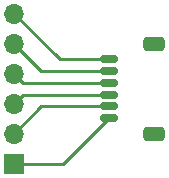
<source format=gbr>
%TF.GenerationSoftware,KiCad,Pcbnew,7.0.7*%
%TF.CreationDate,2023-10-18T21:09:21-04:00*%
%TF.ProjectId,JST-SR-HORIZONTAL-1.00mm-1x06,4a53542d-5352-42d4-984f-52495a4f4e54,rev?*%
%TF.SameCoordinates,Original*%
%TF.FileFunction,Copper,L1,Top*%
%TF.FilePolarity,Positive*%
%FSLAX46Y46*%
G04 Gerber Fmt 4.6, Leading zero omitted, Abs format (unit mm)*
G04 Created by KiCad (PCBNEW 7.0.7) date 2023-10-18 21:09:21*
%MOMM*%
%LPD*%
G01*
G04 APERTURE LIST*
G04 Aperture macros list*
%AMRoundRect*
0 Rectangle with rounded corners*
0 $1 Rounding radius*
0 $2 $3 $4 $5 $6 $7 $8 $9 X,Y pos of 4 corners*
0 Add a 4 corners polygon primitive as box body*
4,1,4,$2,$3,$4,$5,$6,$7,$8,$9,$2,$3,0*
0 Add four circle primitives for the rounded corners*
1,1,$1+$1,$2,$3*
1,1,$1+$1,$4,$5*
1,1,$1+$1,$6,$7*
1,1,$1+$1,$8,$9*
0 Add four rect primitives between the rounded corners*
20,1,$1+$1,$2,$3,$4,$5,0*
20,1,$1+$1,$4,$5,$6,$7,0*
20,1,$1+$1,$6,$7,$8,$9,0*
20,1,$1+$1,$8,$9,$2,$3,0*%
G04 Aperture macros list end*
%TA.AperFunction,SMDPad,CuDef*%
%ADD10RoundRect,0.150000X0.625000X-0.150000X0.625000X0.150000X-0.625000X0.150000X-0.625000X-0.150000X0*%
%TD*%
%TA.AperFunction,SMDPad,CuDef*%
%ADD11RoundRect,0.250000X0.650000X-0.350000X0.650000X0.350000X-0.650000X0.350000X-0.650000X-0.350000X0*%
%TD*%
%TA.AperFunction,ComponentPad*%
%ADD12R,1.700000X1.700000*%
%TD*%
%TA.AperFunction,ComponentPad*%
%ADD13O,1.700000X1.700000*%
%TD*%
%TA.AperFunction,Conductor*%
%ADD14C,0.250000*%
%TD*%
G04 APERTURE END LIST*
D10*
%TO.P,J1,1,Pin_1*%
%TO.N,/5V*%
X-239125000Y-114950000D03*
%TO.P,J1,2,Pin_2*%
%TO.N,/GND*%
X-239125000Y-113950000D03*
%TO.P,J1,3,Pin_3*%
%TO.N,/EN*%
X-239125000Y-112950000D03*
%TO.P,J1,4,Pin_4*%
%TO.N,/BOOT*%
X-239125000Y-111950000D03*
%TO.P,J1,5,Pin_5*%
%TO.N,/RX*%
X-239125000Y-110950000D03*
%TO.P,J1,6,Pin_6*%
%TO.N,/TX*%
X-239125000Y-109950000D03*
D11*
%TO.P,J1,MP*%
%TO.N,N/C*%
X-235250000Y-116250000D03*
X-235250000Y-108650000D03*
%TD*%
D12*
%TO.P,J2,1,Pin_1*%
%TO.N,/5V*%
X-247125000Y-118800000D03*
D13*
%TO.P,J2,2,Pin_2*%
%TO.N,/GND*%
X-247125000Y-116260000D03*
%TO.P,J2,3,Pin_3*%
%TO.N,/EN*%
X-247125000Y-113720000D03*
%TO.P,J2,4,Pin_4*%
%TO.N,/BOOT*%
X-247125000Y-111180000D03*
%TO.P,J2,5,Pin_5*%
%TO.N,/RX*%
X-247125000Y-108640000D03*
%TO.P,J2,6,Pin_6*%
%TO.N,/TX*%
X-247125000Y-106100000D03*
%TD*%
D14*
%TO.N,/5V*%
X-239125000Y-114950000D02*
X-242975000Y-118800000D01*
X-242975000Y-118800000D02*
X-247125000Y-118800000D01*
%TO.N,/GND*%
X-239125000Y-113950000D02*
X-244815000Y-113950000D01*
X-244815000Y-113950000D02*
X-247125000Y-116260000D01*
%TO.N,/EN*%
X-246355000Y-112950000D02*
X-247125000Y-113720000D01*
X-239125000Y-112950000D02*
X-246355000Y-112950000D01*
%TO.N,/BOOT*%
X-246355000Y-111950000D02*
X-247125000Y-111180000D01*
X-239125000Y-111950000D02*
X-246355000Y-111950000D01*
%TO.N,/RX*%
X-244815000Y-110950000D02*
X-247125000Y-108640000D01*
X-239125000Y-110950000D02*
X-244815000Y-110950000D01*
%TO.N,/TX*%
X-243275000Y-109950000D02*
X-247125000Y-106100000D01*
X-239125000Y-109950000D02*
X-243275000Y-109950000D01*
%TD*%
M02*

</source>
